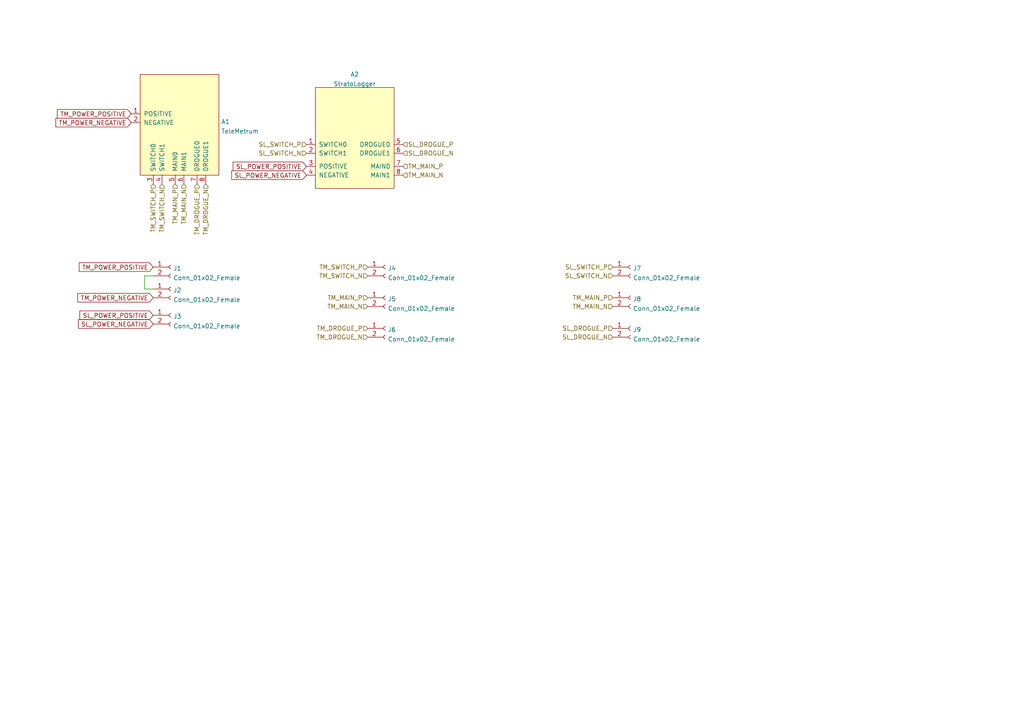
<source format=kicad_sch>
(kicad_sch (version 20211123) (generator eeschema)
  (paper "A4")
  (lib_symbols
    (symbol "COTS_Altimeters:StratoLogger" (pin_names (offset 1.016))
      (property "Reference" "A" (at 0 10.16 0))
      (property "Value" "StratoLogger" (at 0 7.62 0))
      (symbol "StratoLogger_0_1"
        (rectangle (start -11.43 5.08) (end 11.43 -24.13) (fill (type background)))
      )
      (symbol "StratoLogger_1_1"
        (pin bidirectional line (at -13.97 -11.43 0) (length 2.54) (name "SWITCH0") (number "1"))
        (pin bidirectional line (at -13.97 -13.97 0) (length 2.54) (name "SWITCH1") (number "2"))
        (pin input line (at -13.97 -17.78 0) (length 2.54) (name "POSITIVE") (number "3"))
        (pin input line (at -13.97 -20.32 0) (length 2.54) (name "NEGATIVE") (number "4"))
        (pin bidirectional line (at 13.97 -11.43 180) (length 2.54) (name "DROGUE0") (number "5"))
        (pin bidirectional line (at 13.97 -13.97 180) (length 2.54) (name "DROGUE1") (number "6"))
        (pin bidirectional line (at 13.97 -17.78 180) (length 2.54) (name "MAIN0") (number "7"))
        (pin bidirectional line (at 13.97 -20.32 180) (length 2.54) (name "MAIN1") (number "8"))
      )
    )
    (symbol "COTS_Altimeters:TeleMetrum" (pin_names (offset 1.016))
      (property "Reference" "A" (at 0 10.16 0))
      (property "Value" "TeleMetrum" (at 0 7.62 0))
      (symbol "TeleMetrum_1_1"
        (rectangle (start -11.43 5.08) (end 11.43 -24.13) (fill (type background)))
        (pin input line (at -13.97 -6.35 0) (length 2.54) (name "POSITIVE") (number "1"))
        (pin input line (at -13.97 -8.89 0) (length 2.54) (name "NEGATIVE") (number "2"))
        (pin bidirectional line (at -7.62 -26.67 90) (length 2.54) (name "SWITCH0") (number "3"))
        (pin bidirectional line (at -5.08 -26.67 90) (length 2.54) (name "SWITCH1") (number "4"))
        (pin bidirectional line (at -1.27 -26.67 90) (length 2.54) (name "MAIN0") (number "5"))
        (pin bidirectional line (at 1.27 -26.67 90) (length 2.54) (name "MAIN1") (number "6"))
        (pin bidirectional line (at 5.08 -26.67 90) (length 2.54) (name "DROGUE0") (number "7"))
        (pin bidirectional line (at 7.62 -26.67 90) (length 2.54) (name "DROGUE1") (number "8"))
      )
    )
    (symbol "Connector:Conn_01x02_Female" (pin_names (offset 1.016) hide)
      (property "Reference" "J" (at 0 2.54 0))
      (property "Value" "Conn_01x02_Female" (at 0 -5.08 0))
      (symbol "Conn_01x02_Female_1_1"
        (arc (start 0 -2.032) (mid -0.508 -2.54) (end 0 -3.048) (stroke (width 0.1524)))
        (polyline (pts (xy -1.27 -2.54) (xy -0.508 -2.54)) (stroke (width 0.1524)))
        (polyline (pts (xy -1.27 0) (xy -0.508 0)) (stroke (width 0.1524)))
        (arc (start 0 0.508) (mid -0.508 0) (end 0 -0.508) (stroke (width 0.1524)))
        (pin passive line (at -5.08 0 0) (length 3.81) (name "Pin_1") (number "1"))
        (pin passive line (at -5.08 -2.54 0) (length 3.81) (name "Pin_2") (number "2"))
      )
    )
  )
  (wire (pts (xy 41.91 83.82) (xy 44.45 83.82)))
  (wire (pts (xy 44.45 80.01) (xy 41.91 80.01)))
  (wire (pts (xy 41.91 80.01) (xy 41.91 83.82)))
  (global_label "TM_POWER_NEGATIVE" (shape input) (at 38.1 35.56 180) (property "Intersheet References" "${INTERSHEET_REFS}" (effects hide)))
  (global_label "SL_POWER_NEGATIVE" (shape input) (at 88.9 50.8 180) (property "Intersheet References" "${INTERSHEET_REFS}" (effects hide)))
  (global_label "TM_POWER_POSITIVE" (shape input) (at 44.45 77.47 180) (property "Intersheet References" "${INTERSHEET_REFS}" (effects hide)))
  (global_label "SL_POWER_POSITIVE" (shape input) (at 88.9 48.26 180) (property "Intersheet References" "${INTERSHEET_REFS}" (effects hide)))
  (global_label "TM_POWER_NEGATIVE" (shape input) (at 44.45 86.36 180) (property "Intersheet References" "${INTERSHEET_REFS}" (effects hide)))
  (global_label "SL_POWER_POSITIVE" (shape input) (at 44.45 91.44 180) (property "Intersheet References" "${INTERSHEET_REFS}" (effects hide)))
  (global_label "SL_POWER_NEGATIVE" (shape input) (at 44.45 93.98 180) (property "Intersheet References" "${INTERSHEET_REFS}" (effects hide)))
  (global_label "TM_POWER_POSITIVE" (shape input) (at 38.1 33.02 180) (property "Intersheet References" "${INTERSHEET_REFS}" (effects hide)))
  (hierarchical_label "TM_MAIN_P" (shape input) (at 106.68 86.36 180))
  (hierarchical_label "TM_MAIN_P" (shape input) (at 177.8 86.36 180))
  (hierarchical_label "TM_MAIN_N" (shape input) (at 177.8 88.9 180))
  (hierarchical_label "TM_MAIN_P" (shape input) (at 50.8 53.34 270))
  (hierarchical_label "TM_MAIN_N" (shape input) (at 116.84 50.8 0))
  (hierarchical_label "TM_MAIN_P" (shape input) (at 116.84 48.26 0))
  (hierarchical_label "TM_DROGUE_N" (shape input) (at 59.69 53.34 270))
  (hierarchical_label "SL_SWITCH_P" (shape input) (at 177.8 77.47 180))
  (hierarchical_label "TM_MAIN_N" (shape input) (at 53.34 53.34 270))
  (hierarchical_label "SL_DROGUE_N" (shape input) (at 177.8 97.79 180))
  (hierarchical_label "TM_DROGUE_N" (shape input) (at 106.68 97.79 180))
  (hierarchical_label "TM_SWITCH_P" (shape input) (at 44.45 53.34 270))
  (hierarchical_label "SL_SWITCH_P" (shape input) (at 88.9 41.91 180))
  (hierarchical_label "TM_SWITCH_P" (shape input) (at 106.68 77.47 180))
  (hierarchical_label "SL_SWITCH_N" (shape input) (at 177.8 80.01 180))
  (hierarchical_label "SL_DROGUE_N" (shape input) (at 116.84 44.45 0))
  (hierarchical_label "TM_DROGUE_P" (shape input) (at 57.15 53.34 270))
  (hierarchical_label "TM_SWITCH_N" (shape input) (at 46.99 53.34 270))
  (hierarchical_label "SL_DROGUE_P" (shape input) (at 177.8 95.25 180))
  (hierarchical_label "SL_DROGUE_P" (shape input) (at 116.84 41.91 0))
  (hierarchical_label "TM_SWITCH_N" (shape input) (at 106.68 80.01 180))
  (hierarchical_label "TM_DROGUE_P" (shape input) (at 106.68 95.25 180))
  (hierarchical_label "SL_SWITCH_N" (shape input) (at 88.9 44.45 180))
  (hierarchical_label "TM_MAIN_N" (shape input) (at 106.68 88.9 180))
  (symbol (lib_id "Connector:Conn_01x02_Female") (at 111.76 77.47 0) (unit 1)
    (property "Reference" "J4" (at 112.4712 77.8315 0) (effects (justify left)))
    (property "Value" "Conn_01x02_Female" (at 112.4712 80.6066 0) (effects (justify left)))
    (property "Footprint" "Connector_Molex:Molex_CLIK-Mate_502443-0270_1x02-1MP_P2.00mm_Vertical" (effects hide))
  )
  (symbol (lib_id "Connector:Conn_01x02_Female") (at 182.88 86.36 0) (unit 1)
    (property "Reference" "J8" (at 183.5912 86.7215 0) (effects (justify left)))
    (property "Value" "Conn_01x02_Female" (at 183.5912 89.4966 0) (effects (justify left)))
    (property "Footprint" "Connector_Molex:Molex_CLIK-Mate_502443-0270_1x02-1MP_P2.00mm_Vertical" (effects hide))
  )
  (symbol (lib_id "Connector:Conn_01x02_Female") (at 182.88 95.25 0) (unit 1)
    (property "Reference" "J9" (at 183.5912 95.6115 0) (effects (justify left)))
    (property "Value" "Conn_01x02_Female" (at 183.5912 98.3866 0) (effects (justify left)))
    (property "Footprint" "Connector_Molex:Molex_CLIK-Mate_502443-0270_1x02-1MP_P2.00mm_Vertical" (effects hide))
  )
  (symbol (lib_id "COTS_Altimeters:TeleMetrum") (at 52.07 26.67 0) (unit 1)
    (property "Reference" "A1" (at 64.135 35.2865 0) (effects (justify left)))
    (property "Value" "TeleMetrum" (at 64.135 38.0616 0) (effects (justify left)))
    (property "Footprint" "COTS_Altimeters:TeleMetrum" (effects hide))
  )
  (symbol (lib_id "Connector:Conn_01x02_Female") (at 111.76 86.36 0) (unit 1)
    (property "Reference" "J5" (at 112.4712 86.7215 0) (effects (justify left)))
    (property "Value" "Conn_01x02_Female" (at 112.4712 89.4966 0) (effects (justify left)))
    (property "Footprint" "Connector_Molex:Molex_CLIK-Mate_502443-0270_1x02-1MP_P2.00mm_Vertical" (effects hide))
  )
  (symbol (lib_id "Connector:Conn_01x02_Female") (at 182.88 77.47 0) (unit 1)
    (property "Reference" "J7" (at 183.5912 77.8315 0) (effects (justify left)))
    (property "Value" "Conn_01x02_Female" (at 183.5912 80.6066 0) (effects (justify left)))
    (property "Footprint" "Connector_Molex:Molex_CLIK-Mate_502443-0270_1x02-1MP_P2.00mm_Vertical" (effects hide))
  )
  (symbol (lib_id "Connector:Conn_01x02_Female") (at 49.53 91.44 0) (unit 1)
    (property "Reference" "J3" (at 50.2412 91.8015 0) (effects (justify left)))
    (property "Value" "Conn_01x02_Female" (at 50.2412 94.5766 0) (effects (justify left)))
    (property "Footprint" "Connector_JST:JST_PH_B2B-PH-K_1x02_P2.00mm_Vertical" (effects hide))
  )
  (symbol (lib_id "Connector:Conn_01x02_Female") (at 49.53 83.82 0) (unit 1)
    (property "Reference" "J2" (at 50.2412 84.1815 0) (effects (justify left)))
    (property "Value" "Conn_01x02_Female" (at 50.2412 86.9566 0) (effects (justify left)))
    (property "Footprint" "Connector_JST:JST_PH_B2B-PH-K_1x02_P2.00mm_Vertical" (effects hide))
  )
  (symbol (lib_id "Connector:Conn_01x02_Female") (at 49.53 77.47 0) (unit 1)
    (property "Reference" "J1" (at 50.2412 77.8315 0) (effects (justify left)))
    (property "Value" "Conn_01x02_Female" (at 50.2412 80.6066 0) (effects (justify left)))
    (property "Footprint" "Connector_JST:JST_PH_B2B-PH-K_1x02_P2.00mm_Vertical" (effects hide))
  )
  (symbol (lib_id "Connector:Conn_01x02_Female") (at 111.76 95.25 0) (unit 1)
    (property "Reference" "J6" (at 112.4712 95.6115 0) (effects (justify left)))
    (property "Value" "Conn_01x02_Female" (at 112.4712 98.3866 0) (effects (justify left)))
    (property "Footprint" "Connector_Molex:Molex_CLIK-Mate_502443-0270_1x02-1MP_P2.00mm_Vertical" (effects hide))
  )
  (symbol (lib_id "COTS_Altimeters:StratoLogger") (at 102.87 30.48 0) (unit 1)
    (property "Reference" "A2" (at 102.87 21.5605 0))
    (property "Value" "StratoLogger" (at 102.87 24.3356 0))
    (property "Footprint" "COTS_Altimeters:StratoLogger" (effects hide))
  )
)
</source>
